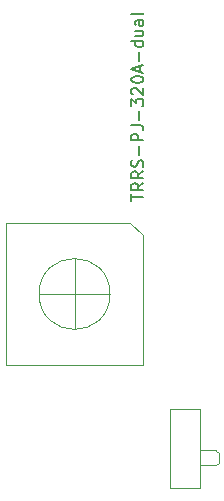
<source format=gbr>
%TF.GenerationSoftware,KiCad,Pcbnew,8.0.4*%
%TF.CreationDate,2024-08-10T13:55:05-06:00*%
%TF.ProjectId,staggered_col58,73746167-6765-4726-9564-5f636f6c3538,0.1*%
%TF.SameCoordinates,Original*%
%TF.FileFunction,AssemblyDrawing,Top*%
%FSLAX46Y46*%
G04 Gerber Fmt 4.6, Leading zero omitted, Abs format (unit mm)*
G04 Created by KiCad (PCBNEW 8.0.4) date 2024-08-10 13:55:05*
%MOMM*%
%LPD*%
G01*
G04 APERTURE LIST*
%ADD10C,0.150000*%
%ADD11C,0.100000*%
%ADD12C,0.120000*%
G04 APERTURE END LIST*
D10*
X167854819Y-84976190D02*
X167854819Y-84404762D01*
X168854819Y-84690476D02*
X167854819Y-84690476D01*
X168854819Y-83500000D02*
X168378628Y-83833333D01*
X168854819Y-84071428D02*
X167854819Y-84071428D01*
X167854819Y-84071428D02*
X167854819Y-83690476D01*
X167854819Y-83690476D02*
X167902438Y-83595238D01*
X167902438Y-83595238D02*
X167950057Y-83547619D01*
X167950057Y-83547619D02*
X168045295Y-83500000D01*
X168045295Y-83500000D02*
X168188152Y-83500000D01*
X168188152Y-83500000D02*
X168283390Y-83547619D01*
X168283390Y-83547619D02*
X168331009Y-83595238D01*
X168331009Y-83595238D02*
X168378628Y-83690476D01*
X168378628Y-83690476D02*
X168378628Y-84071428D01*
X168854819Y-82500000D02*
X168378628Y-82833333D01*
X168854819Y-83071428D02*
X167854819Y-83071428D01*
X167854819Y-83071428D02*
X167854819Y-82690476D01*
X167854819Y-82690476D02*
X167902438Y-82595238D01*
X167902438Y-82595238D02*
X167950057Y-82547619D01*
X167950057Y-82547619D02*
X168045295Y-82500000D01*
X168045295Y-82500000D02*
X168188152Y-82500000D01*
X168188152Y-82500000D02*
X168283390Y-82547619D01*
X168283390Y-82547619D02*
X168331009Y-82595238D01*
X168331009Y-82595238D02*
X168378628Y-82690476D01*
X168378628Y-82690476D02*
X168378628Y-83071428D01*
X168807200Y-82119047D02*
X168854819Y-81976190D01*
X168854819Y-81976190D02*
X168854819Y-81738095D01*
X168854819Y-81738095D02*
X168807200Y-81642857D01*
X168807200Y-81642857D02*
X168759580Y-81595238D01*
X168759580Y-81595238D02*
X168664342Y-81547619D01*
X168664342Y-81547619D02*
X168569104Y-81547619D01*
X168569104Y-81547619D02*
X168473866Y-81595238D01*
X168473866Y-81595238D02*
X168426247Y-81642857D01*
X168426247Y-81642857D02*
X168378628Y-81738095D01*
X168378628Y-81738095D02*
X168331009Y-81928571D01*
X168331009Y-81928571D02*
X168283390Y-82023809D01*
X168283390Y-82023809D02*
X168235771Y-82071428D01*
X168235771Y-82071428D02*
X168140533Y-82119047D01*
X168140533Y-82119047D02*
X168045295Y-82119047D01*
X168045295Y-82119047D02*
X167950057Y-82071428D01*
X167950057Y-82071428D02*
X167902438Y-82023809D01*
X167902438Y-82023809D02*
X167854819Y-81928571D01*
X167854819Y-81928571D02*
X167854819Y-81690476D01*
X167854819Y-81690476D02*
X167902438Y-81547619D01*
X168473866Y-81119047D02*
X168473866Y-80357143D01*
X168854819Y-79880952D02*
X167854819Y-79880952D01*
X167854819Y-79880952D02*
X167854819Y-79500000D01*
X167854819Y-79500000D02*
X167902438Y-79404762D01*
X167902438Y-79404762D02*
X167950057Y-79357143D01*
X167950057Y-79357143D02*
X168045295Y-79309524D01*
X168045295Y-79309524D02*
X168188152Y-79309524D01*
X168188152Y-79309524D02*
X168283390Y-79357143D01*
X168283390Y-79357143D02*
X168331009Y-79404762D01*
X168331009Y-79404762D02*
X168378628Y-79500000D01*
X168378628Y-79500000D02*
X168378628Y-79880952D01*
X167854819Y-78595238D02*
X168569104Y-78595238D01*
X168569104Y-78595238D02*
X168711961Y-78642857D01*
X168711961Y-78642857D02*
X168807200Y-78738095D01*
X168807200Y-78738095D02*
X168854819Y-78880952D01*
X168854819Y-78880952D02*
X168854819Y-78976190D01*
X168473866Y-78119047D02*
X168473866Y-77357143D01*
X167854819Y-76976190D02*
X167854819Y-76357143D01*
X167854819Y-76357143D02*
X168235771Y-76690476D01*
X168235771Y-76690476D02*
X168235771Y-76547619D01*
X168235771Y-76547619D02*
X168283390Y-76452381D01*
X168283390Y-76452381D02*
X168331009Y-76404762D01*
X168331009Y-76404762D02*
X168426247Y-76357143D01*
X168426247Y-76357143D02*
X168664342Y-76357143D01*
X168664342Y-76357143D02*
X168759580Y-76404762D01*
X168759580Y-76404762D02*
X168807200Y-76452381D01*
X168807200Y-76452381D02*
X168854819Y-76547619D01*
X168854819Y-76547619D02*
X168854819Y-76833333D01*
X168854819Y-76833333D02*
X168807200Y-76928571D01*
X168807200Y-76928571D02*
X168759580Y-76976190D01*
X167950057Y-75976190D02*
X167902438Y-75928571D01*
X167902438Y-75928571D02*
X167854819Y-75833333D01*
X167854819Y-75833333D02*
X167854819Y-75595238D01*
X167854819Y-75595238D02*
X167902438Y-75500000D01*
X167902438Y-75500000D02*
X167950057Y-75452381D01*
X167950057Y-75452381D02*
X168045295Y-75404762D01*
X168045295Y-75404762D02*
X168140533Y-75404762D01*
X168140533Y-75404762D02*
X168283390Y-75452381D01*
X168283390Y-75452381D02*
X168854819Y-76023809D01*
X168854819Y-76023809D02*
X168854819Y-75404762D01*
X167854819Y-74785714D02*
X167854819Y-74690476D01*
X167854819Y-74690476D02*
X167902438Y-74595238D01*
X167902438Y-74595238D02*
X167950057Y-74547619D01*
X167950057Y-74547619D02*
X168045295Y-74500000D01*
X168045295Y-74500000D02*
X168235771Y-74452381D01*
X168235771Y-74452381D02*
X168473866Y-74452381D01*
X168473866Y-74452381D02*
X168664342Y-74500000D01*
X168664342Y-74500000D02*
X168759580Y-74547619D01*
X168759580Y-74547619D02*
X168807200Y-74595238D01*
X168807200Y-74595238D02*
X168854819Y-74690476D01*
X168854819Y-74690476D02*
X168854819Y-74785714D01*
X168854819Y-74785714D02*
X168807200Y-74880952D01*
X168807200Y-74880952D02*
X168759580Y-74928571D01*
X168759580Y-74928571D02*
X168664342Y-74976190D01*
X168664342Y-74976190D02*
X168473866Y-75023809D01*
X168473866Y-75023809D02*
X168235771Y-75023809D01*
X168235771Y-75023809D02*
X168045295Y-74976190D01*
X168045295Y-74976190D02*
X167950057Y-74928571D01*
X167950057Y-74928571D02*
X167902438Y-74880952D01*
X167902438Y-74880952D02*
X167854819Y-74785714D01*
X168569104Y-74071428D02*
X168569104Y-73595238D01*
X168854819Y-74166666D02*
X167854819Y-73833333D01*
X167854819Y-73833333D02*
X168854819Y-73500000D01*
X168473866Y-73166666D02*
X168473866Y-72404762D01*
X168854819Y-71500000D02*
X167854819Y-71500000D01*
X168807200Y-71500000D02*
X168854819Y-71595238D01*
X168854819Y-71595238D02*
X168854819Y-71785714D01*
X168854819Y-71785714D02*
X168807200Y-71880952D01*
X168807200Y-71880952D02*
X168759580Y-71928571D01*
X168759580Y-71928571D02*
X168664342Y-71976190D01*
X168664342Y-71976190D02*
X168378628Y-71976190D01*
X168378628Y-71976190D02*
X168283390Y-71928571D01*
X168283390Y-71928571D02*
X168235771Y-71880952D01*
X168235771Y-71880952D02*
X168188152Y-71785714D01*
X168188152Y-71785714D02*
X168188152Y-71595238D01*
X168188152Y-71595238D02*
X168235771Y-71500000D01*
X168188152Y-70595238D02*
X168854819Y-70595238D01*
X168188152Y-71023809D02*
X168711961Y-71023809D01*
X168711961Y-71023809D02*
X168807200Y-70976190D01*
X168807200Y-70976190D02*
X168854819Y-70880952D01*
X168854819Y-70880952D02*
X168854819Y-70738095D01*
X168854819Y-70738095D02*
X168807200Y-70642857D01*
X168807200Y-70642857D02*
X168759580Y-70595238D01*
X168854819Y-69690476D02*
X168331009Y-69690476D01*
X168331009Y-69690476D02*
X168235771Y-69738095D01*
X168235771Y-69738095D02*
X168188152Y-69833333D01*
X168188152Y-69833333D02*
X168188152Y-70023809D01*
X168188152Y-70023809D02*
X168235771Y-70119047D01*
X168807200Y-69690476D02*
X168854819Y-69785714D01*
X168854819Y-69785714D02*
X168854819Y-70023809D01*
X168854819Y-70023809D02*
X168807200Y-70119047D01*
X168807200Y-70119047D02*
X168711961Y-70166666D01*
X168711961Y-70166666D02*
X168616723Y-70166666D01*
X168616723Y-70166666D02*
X168521485Y-70119047D01*
X168521485Y-70119047D02*
X168473866Y-70023809D01*
X168473866Y-70023809D02*
X168473866Y-69785714D01*
X168473866Y-69785714D02*
X168426247Y-69690476D01*
X168854819Y-69071428D02*
X168807200Y-69166666D01*
X168807200Y-69166666D02*
X168711961Y-69214285D01*
X168711961Y-69214285D02*
X167854819Y-69214285D01*
D11*
%TO.C,PWR1*%
X171095000Y-102650000D02*
X171095000Y-109350000D01*
X173695000Y-102650000D02*
X171095000Y-102650000D01*
X173695000Y-109350000D02*
X173695000Y-102650000D01*
X171095000Y-109350000D02*
X173695000Y-109350000D01*
X174995000Y-106100000D02*
X173695000Y-106100000D01*
X175045000Y-106150000D02*
X174995000Y-106100000D01*
X175245000Y-106350000D02*
X175045000Y-106150000D01*
X175245000Y-107200000D02*
X175245000Y-106350000D01*
X175045000Y-107400000D02*
X175245000Y-107200000D01*
X173745000Y-107400000D02*
X175045000Y-107400000D01*
D12*
%TO.C,Rotary1*%
X163040000Y-89880000D02*
X163040000Y-95880000D01*
X166040000Y-92880000D02*
X160040000Y-92880000D01*
X167740000Y-86880000D02*
X168840000Y-87880000D01*
X157240000Y-86880000D02*
X167740000Y-86880000D01*
X157240000Y-98880000D02*
X157240000Y-86880000D01*
X168840000Y-98880000D02*
X157240000Y-98880000D01*
X168840000Y-87880000D02*
X168840000Y-98880000D01*
X166040000Y-92880000D02*
G75*
G02*
X160040000Y-92880000I-3000000J0D01*
G01*
X160040000Y-92880000D02*
G75*
G02*
X166040000Y-92880000I3000000J0D01*
G01*
%TD*%
M02*

</source>
